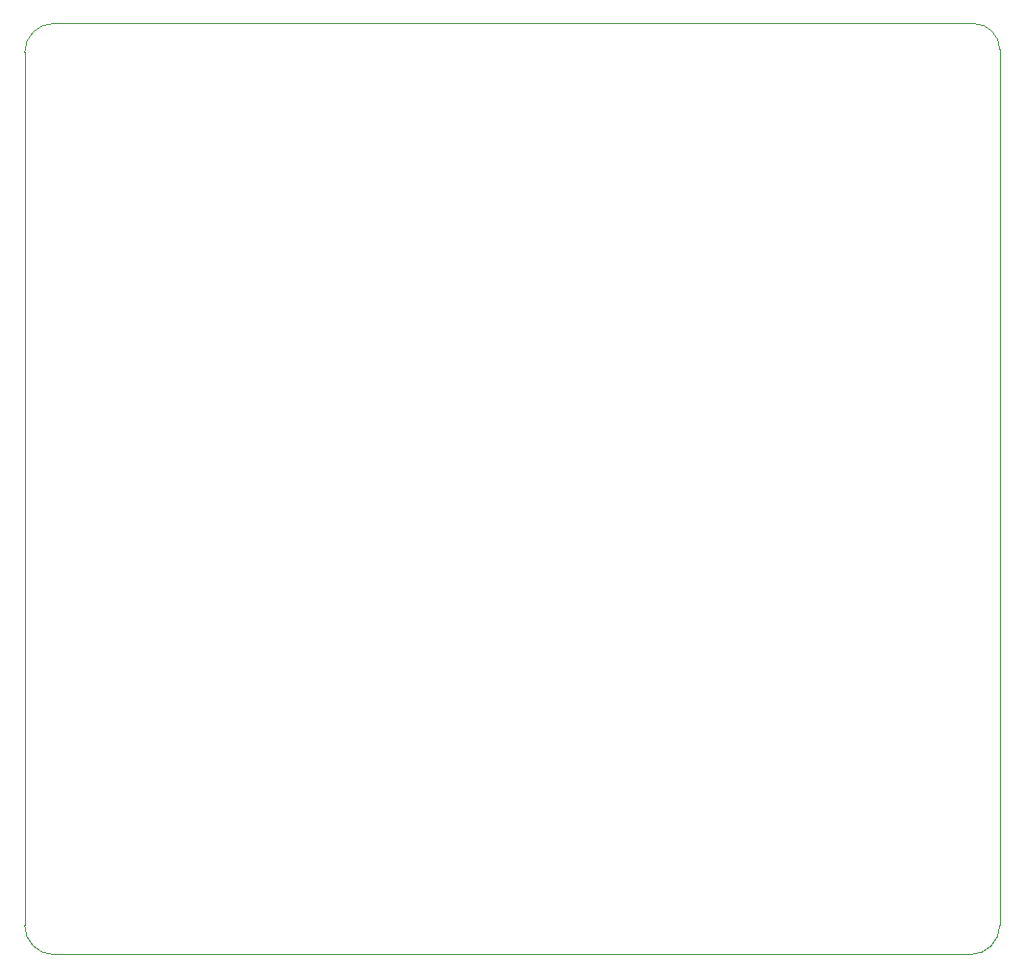
<source format=gbr>
%TF.GenerationSoftware,KiCad,Pcbnew,8.0.0*%
%TF.CreationDate,2024-04-11T21:11:57+02:00*%
%TF.ProjectId,BalloonMotherboardV4,42616c6c-6f6f-46e4-9d6f-74686572626f,rev?*%
%TF.SameCoordinates,Original*%
%TF.FileFunction,Profile,NP*%
%FSLAX46Y46*%
G04 Gerber Fmt 4.6, Leading zero omitted, Abs format (unit mm)*
G04 Created by KiCad (PCBNEW 8.0.0) date 2024-04-11 21:11:57*
%MOMM*%
%LPD*%
G01*
G04 APERTURE LIST*
%TA.AperFunction,Profile*%
%ADD10C,0.050000*%
%TD*%
G04 APERTURE END LIST*
D10*
X22860000Y-34290000D02*
X103886000Y-34290000D01*
X20320000Y-36830000D02*
G75*
G02*
X22860000Y-34290000I2540000J0D01*
G01*
X22860000Y-116332000D02*
G75*
G02*
X20320000Y-113792000I0J2540000D01*
G01*
X20320000Y-36830000D02*
X20320000Y-113792000D01*
X22860000Y-116332000D02*
X103632000Y-116332000D01*
X103886000Y-34290000D02*
G75*
G02*
X106172000Y-36576000I0J-2286000D01*
G01*
X106172000Y-113792000D02*
X106172000Y-36576000D01*
X106172000Y-113792000D02*
G75*
G02*
X103632000Y-116332000I-2540000J0D01*
G01*
M02*

</source>
